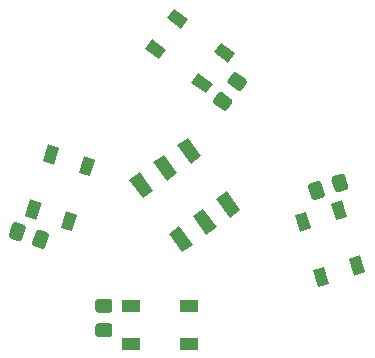
<source format=gbr>
%TF.GenerationSoftware,KiCad,Pcbnew,5.1.9*%
%TF.CreationDate,2021-01-25T14:03:35-05:00*%
%TF.ProjectId,penrosekite,70656e72-6f73-4656-9b69-74652e6b6963,rev?*%
%TF.SameCoordinates,Original*%
%TF.FileFunction,Paste,Top*%
%TF.FilePolarity,Positive*%
%FSLAX46Y46*%
G04 Gerber Fmt 4.6, Leading zero omitted, Abs format (unit mm)*
G04 Created by KiCad (PCBNEW 5.1.9) date 2021-01-25 14:03:35*
%MOMM*%
%LPD*%
G01*
G04 APERTURE LIST*
%ADD10C,0.100000*%
%ADD11R,1.500000X1.000000*%
G04 APERTURE END LIST*
%TO.C,C1*%
G36*
G01*
X132955213Y-95715860D02*
X133723780Y-96274256D01*
G75*
G02*
X133779088Y-96623456I-146946J-202254D01*
G01*
X133382333Y-97169542D01*
G75*
G02*
X133033133Y-97224850I-202254J146946D01*
G01*
X132264566Y-96666454D01*
G75*
G02*
X132209258Y-96317254I146946J202254D01*
G01*
X132606013Y-95771168D01*
G75*
G02*
X132955213Y-95715860I202254J-146946D01*
G01*
G37*
G36*
G01*
X134174867Y-94037150D02*
X134943434Y-94595546D01*
G75*
G02*
X134998742Y-94944746I-146946J-202254D01*
G01*
X134601987Y-95490832D01*
G75*
G02*
X134252787Y-95546140I-202254J146946D01*
G01*
X133484220Y-94987744D01*
G75*
G02*
X133428912Y-94638544I146946J202254D01*
G01*
X133825667Y-94092458D01*
G75*
G02*
X134174867Y-94037150I202254J-146946D01*
G01*
G37*
%TD*%
%TO.C,C2*%
G36*
G01*
X123411000Y-116433000D02*
X122461000Y-116433000D01*
G75*
G02*
X122211000Y-116183000I0J250000D01*
G01*
X122211000Y-115508000D01*
G75*
G02*
X122461000Y-115258000I250000J0D01*
G01*
X123411000Y-115258000D01*
G75*
G02*
X123661000Y-115508000I0J-250000D01*
G01*
X123661000Y-116183000D01*
G75*
G02*
X123411000Y-116433000I-250000J0D01*
G01*
G37*
G36*
G01*
X123411000Y-114358000D02*
X122461000Y-114358000D01*
G75*
G02*
X122211000Y-114108000I0J250000D01*
G01*
X122211000Y-113433000D01*
G75*
G02*
X122461000Y-113183000I250000J0D01*
G01*
X123411000Y-113183000D01*
G75*
G02*
X123661000Y-113433000I0J-250000D01*
G01*
X123661000Y-114108000D01*
G75*
G02*
X123411000Y-114358000I-250000J0D01*
G01*
G37*
%TD*%
%TO.C,C3*%
G36*
G01*
X141347742Y-103382806D02*
X141641308Y-104286310D01*
G75*
G02*
X141480798Y-104601328I-237764J-77254D01*
G01*
X140838834Y-104809914D01*
G75*
G02*
X140523816Y-104649404I-77254J237764D01*
G01*
X140230250Y-103745900D01*
G75*
G02*
X140390760Y-103430882I237764J77254D01*
G01*
X141032724Y-103222296D01*
G75*
G02*
X141347742Y-103382806I77254J-237764D01*
G01*
G37*
G36*
G01*
X143321184Y-102741596D02*
X143614750Y-103645100D01*
G75*
G02*
X143454240Y-103960118I-237764J-77254D01*
G01*
X142812276Y-104168704D01*
G75*
G02*
X142497258Y-104008194I-77254J237764D01*
G01*
X142203692Y-103104690D01*
G75*
G02*
X142364202Y-102789672I237764J77254D01*
G01*
X143006166Y-102581086D01*
G75*
G02*
X143321184Y-102741596I77254J-237764D01*
G01*
G37*
%TD*%
%TO.C,C4*%
G36*
G01*
X114893750Y-107772600D02*
X115187316Y-106869096D01*
G75*
G02*
X115502334Y-106708586I237764J-77254D01*
G01*
X116144298Y-106917172D01*
G75*
G02*
X116304808Y-107232190I-77254J-237764D01*
G01*
X116011242Y-108135694D01*
G75*
G02*
X115696224Y-108296204I-237764J77254D01*
G01*
X115054260Y-108087618D01*
G75*
G02*
X114893750Y-107772600I77254J237764D01*
G01*
G37*
G36*
G01*
X116867192Y-108413810D02*
X117160758Y-107510306D01*
G75*
G02*
X117475776Y-107349796I237764J-77254D01*
G01*
X118117740Y-107558382D01*
G75*
G02*
X118278250Y-107873400I-77254J-237764D01*
G01*
X117984684Y-108776904D01*
G75*
G02*
X117669666Y-108937414I-237764J77254D01*
G01*
X117027702Y-108728828D01*
G75*
G02*
X116867192Y-108413810I77254J237764D01*
G01*
G37*
%TD*%
D10*
%TO.C,D1*%
G36*
X128267646Y-89422457D02*
G01*
X128855431Y-88613440D01*
X130068956Y-89495117D01*
X129481171Y-90304134D01*
X128267646Y-89422457D01*
G37*
G36*
X126386733Y-92011311D02*
G01*
X126974518Y-91202294D01*
X128188043Y-92083971D01*
X127600258Y-92892988D01*
X126386733Y-92011311D01*
G37*
G36*
X132231829Y-92302605D02*
G01*
X132819614Y-91493588D01*
X134033139Y-92375265D01*
X133445354Y-93184282D01*
X132231829Y-92302605D01*
G37*
G36*
X130350916Y-94891459D02*
G01*
X130938701Y-94082442D01*
X132152226Y-94964119D01*
X131564441Y-95773136D01*
X130350916Y-94891459D01*
G37*
%TD*%
D11*
%TO.C,D2*%
X125209486Y-113772169D03*
X125209486Y-116972169D03*
X130109486Y-113772169D03*
X130109486Y-116972169D03*
%TD*%
D10*
%TO.C,D3*%
G36*
X143549438Y-106241686D02*
G01*
X142598381Y-106550703D01*
X142134856Y-105124118D01*
X143085913Y-104815101D01*
X143549438Y-106241686D01*
G37*
G36*
X140506057Y-107230541D02*
G01*
X139555000Y-107539558D01*
X139091475Y-106112973D01*
X140042532Y-105803956D01*
X140506057Y-107230541D01*
G37*
G36*
X145063621Y-110901863D02*
G01*
X144112564Y-111210880D01*
X143649039Y-109784295D01*
X144600096Y-109475278D01*
X145063621Y-110901863D01*
G37*
G36*
X142020240Y-111890718D02*
G01*
X141069183Y-112199735D01*
X140605658Y-110773150D01*
X141556715Y-110464133D01*
X142020240Y-111890718D01*
G37*
%TD*%
%TO.C,D4*%
G36*
X121260759Y-101080894D02*
G01*
X122211816Y-101389911D01*
X121748291Y-102816496D01*
X120797234Y-102507479D01*
X121260759Y-101080894D01*
G37*
G36*
X118217378Y-100092039D02*
G01*
X119168435Y-100401056D01*
X118704910Y-101827641D01*
X117753853Y-101518624D01*
X118217378Y-100092039D01*
G37*
G36*
X119746576Y-105741071D02*
G01*
X120697633Y-106050088D01*
X120234108Y-107476673D01*
X119283051Y-107167656D01*
X119746576Y-105741071D01*
G37*
G36*
X116703195Y-104752216D02*
G01*
X117654252Y-105061233D01*
X117190727Y-106487818D01*
X116239670Y-106178801D01*
X116703195Y-104752216D01*
G37*
%TD*%
%TO.C,SW1*%
G36*
X129137999Y-100173554D02*
G01*
X130027918Y-99526991D01*
X131174099Y-101104574D01*
X130284180Y-101751137D01*
X129137999Y-100173554D01*
G37*
G36*
X127115457Y-101643017D02*
G01*
X128005376Y-100996454D01*
X129151557Y-102574037D01*
X128261638Y-103220600D01*
X127115457Y-101643017D01*
G37*
G36*
X125092914Y-103112480D02*
G01*
X125982833Y-102465917D01*
X127129014Y-104043500D01*
X126239095Y-104690063D01*
X125092914Y-103112480D01*
G37*
G36*
X132458986Y-104744500D02*
G01*
X133348905Y-104097937D01*
X134495086Y-105675520D01*
X133605167Y-106322083D01*
X132458986Y-104744500D01*
G37*
G36*
X130436443Y-106213963D02*
G01*
X131326362Y-105567400D01*
X132472543Y-107144983D01*
X131582624Y-107791546D01*
X130436443Y-106213963D01*
G37*
G36*
X128413901Y-107683426D02*
G01*
X129303820Y-107036863D01*
X130450001Y-108614446D01*
X129560082Y-109261009D01*
X128413901Y-107683426D01*
G37*
%TD*%
M02*

</source>
